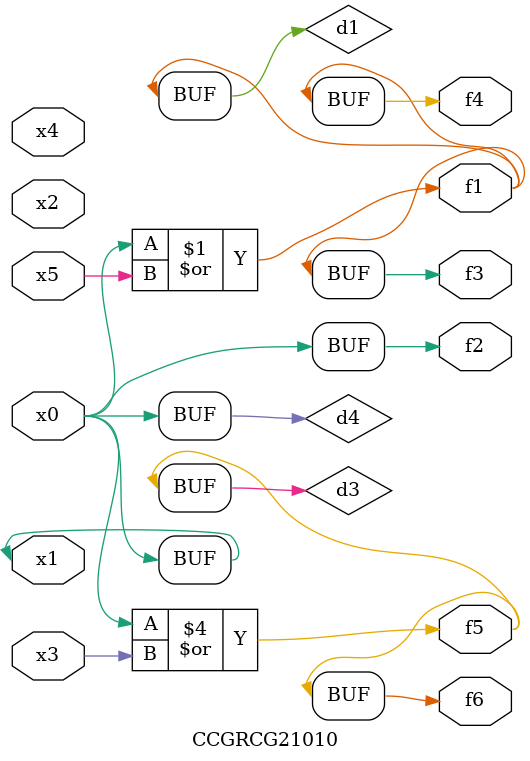
<source format=v>
module CCGRCG21010(
	input x0, x1, x2, x3, x4, x5,
	output f1, f2, f3, f4, f5, f6
);

	wire d1, d2, d3, d4;

	or (d1, x0, x5);
	xnor (d2, x1, x4);
	or (d3, x0, x3);
	buf (d4, x0, x1);
	assign f1 = d1;
	assign f2 = d4;
	assign f3 = d1;
	assign f4 = d1;
	assign f5 = d3;
	assign f6 = d3;
endmodule

</source>
